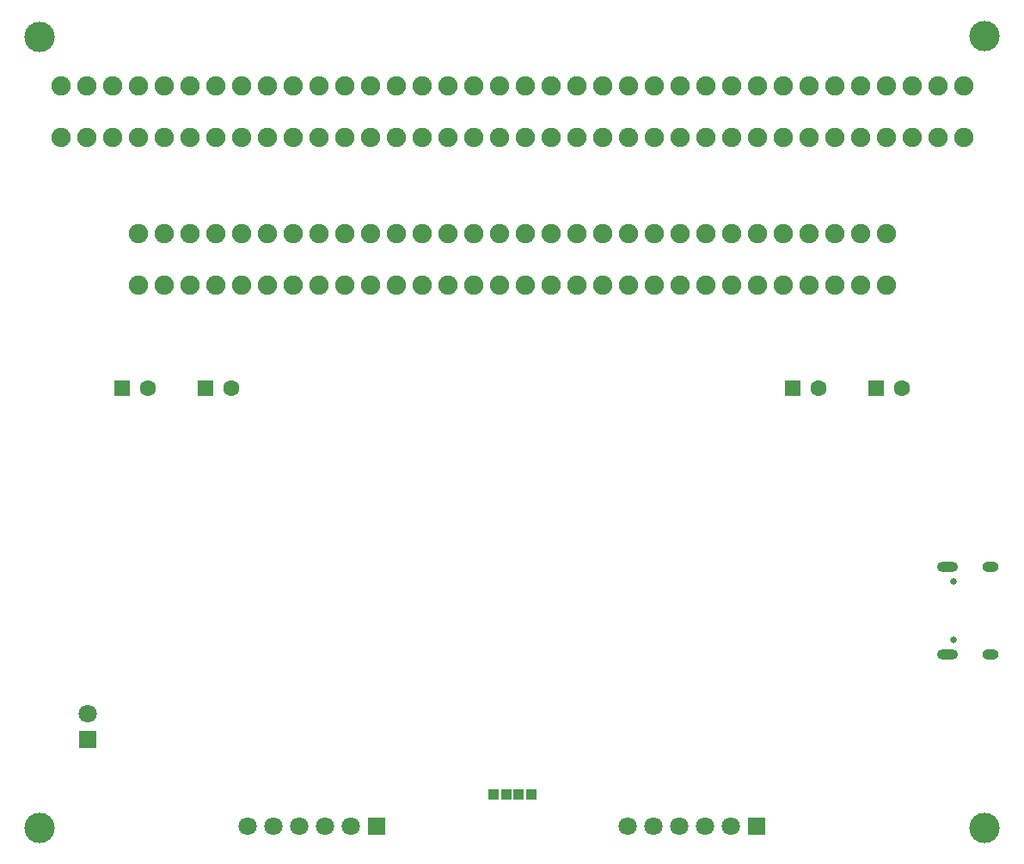
<source format=gbr>
G04 DipTrace 4.3.0.2*
G04 BottomMask.gbr*
%MOIN*%
G04 #@! TF.FileFunction,Soldermask,Bot*
G04 #@! TF.Part,Single*
%ADD40C,0.11811*%
%ADD41C,0.025591*%
%ADD60C,0.070866*%
%ADD61C,0.062992*%
%ADD62R,0.070866X0.070866*%
%ADD63R,0.062992X0.062992*%
%ADD64O,0.062992X0.03937*%
%ADD66O,0.082677X0.03937*%
%ADD72C,0.074803*%
%ADD74R,0.043307X0.043307*%
%FSLAX26Y26*%
G04*
G70*
G90*
G75*
G01*
G04 BotMask*
%LPD*%
D61*
X918701Y2206499D3*
D63*
X818701D3*
D61*
X1243701D3*
D63*
X1143701D3*
D61*
X3518701D3*
D63*
X3418701D3*
D61*
X3843701D3*
D63*
X3743701D3*
D74*
X2258959Y631499D3*
X2308172D3*
X2357385D3*
X2406597D3*
D40*
X499951Y3571825D3*
X4162450Y3574950D3*
X499951Y499950D3*
X4162450D3*
D72*
X884185Y2606499D3*
X984185D3*
X1084185D3*
X1184185D3*
X1284185D3*
X1384185D3*
X1484185D3*
X1584185D3*
X1684185D3*
X1784185D3*
X1884185D3*
X1984185D3*
X2084185D3*
X2184185D3*
X2284185D3*
X2384185D3*
X2484185D3*
X2584185D3*
X2684185D3*
X2784185D3*
X2884185D3*
X2984185D3*
X3084185D3*
X3184185D3*
X3284185D3*
X3384185D3*
X3484185D3*
X3584185D3*
X3684185D3*
X3784185D3*
Y2806499D3*
X3684185D3*
X3584185D3*
X3484185D3*
X3384185D3*
X3284185D3*
X3184185D3*
X3084185D3*
X2984185D3*
X2884185D3*
X2784185D3*
X2684185D3*
X2584185D3*
X2484185D3*
X2384185D3*
X2284185D3*
X2184185D3*
X2084185D3*
X1984185D3*
X1884185D3*
X1784185D3*
X1684185D3*
X1584185D3*
X1484185D3*
X1384185D3*
X1284185D3*
X1184185D3*
X1084185D3*
X984185D3*
X884185D3*
D66*
X4020522Y1173622D3*
Y1513780D3*
D64*
X4185089Y1173622D3*
Y1513780D3*
D41*
X4041388Y1229921D3*
Y1457480D3*
D62*
X687451Y843701D3*
D60*
Y943701D3*
D62*
X1806201Y506499D3*
D60*
X1706201D3*
X1606201D3*
X1506201D3*
X1406201D3*
X1306201D3*
D62*
X3281202D3*
D60*
X3181202D3*
X3081202D3*
X2981202D3*
X2881202D3*
X2781202D3*
D72*
X4084223Y3381068D3*
X3984223D3*
X3884223D3*
X3784223D3*
X3684223D3*
X3584223D3*
X3484223D3*
X3384223D3*
X3284223D3*
X3184223D3*
X3084223D3*
X2984223D3*
X2884223D3*
X2784223D3*
X2684223D3*
X2584223D3*
X2484223D3*
X2384223D3*
X2284223D3*
X2184223D3*
X2084223D3*
X1984223D3*
X1884223D3*
X1784223D3*
X1684223D3*
X1584223D3*
X1484223D3*
X1384223D3*
X1284223D3*
X1184223D3*
X1084223D3*
X984223D3*
X884223D3*
X784223D3*
X684223D3*
X584223D3*
Y3181068D3*
X684223D3*
X784223D3*
X884223D3*
X984223D3*
X1084223D3*
X1184223D3*
X1284223D3*
X1384223D3*
X1484223D3*
X1584223D3*
X1684223D3*
X1784223D3*
X1884223D3*
X1984223D3*
X2084223D3*
X2184223D3*
X2284223D3*
X2384223D3*
X2484223D3*
X2584223D3*
X2684223D3*
X2784223D3*
X2884223D3*
X2984223D3*
X3084223D3*
X3184223D3*
X3284223D3*
X3384223D3*
X3484223D3*
X3584223D3*
X3684223D3*
X3784223D3*
X3884223D3*
X3984223D3*
X4084223D3*
M02*

</source>
